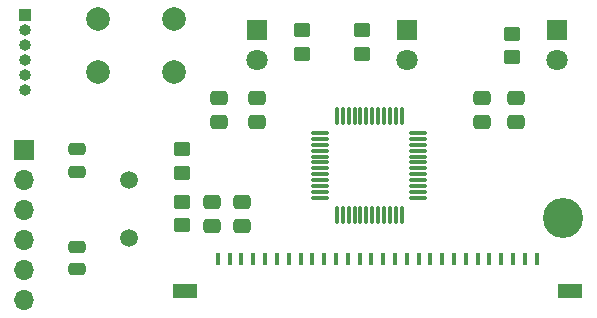
<source format=gbr>
%TF.GenerationSoftware,KiCad,Pcbnew,6.0.9-8da3e8f707~116~ubuntu20.04.1*%
%TF.CreationDate,2022-11-22T17:17:17+01:00*%
%TF.ProjectId,sda_keyboard,7364615f-6b65-4796-926f-6172642e6b69,rev?*%
%TF.SameCoordinates,Original*%
%TF.FileFunction,Soldermask,Top*%
%TF.FilePolarity,Negative*%
%FSLAX46Y46*%
G04 Gerber Fmt 4.6, Leading zero omitted, Abs format (unit mm)*
G04 Created by KiCad (PCBNEW 6.0.9-8da3e8f707~116~ubuntu20.04.1) date 2022-11-22 17:17:17*
%MOMM*%
%LPD*%
G01*
G04 APERTURE LIST*
G04 Aperture macros list*
%AMRoundRect*
0 Rectangle with rounded corners*
0 $1 Rounding radius*
0 $2 $3 $4 $5 $6 $7 $8 $9 X,Y pos of 4 corners*
0 Add a 4 corners polygon primitive as box body*
4,1,4,$2,$3,$4,$5,$6,$7,$8,$9,$2,$3,0*
0 Add four circle primitives for the rounded corners*
1,1,$1+$1,$2,$3*
1,1,$1+$1,$4,$5*
1,1,$1+$1,$6,$7*
1,1,$1+$1,$8,$9*
0 Add four rect primitives between the rounded corners*
20,1,$1+$1,$2,$3,$4,$5,0*
20,1,$1+$1,$4,$5,$6,$7,0*
20,1,$1+$1,$6,$7,$8,$9,0*
20,1,$1+$1,$8,$9,$2,$3,0*%
G04 Aperture macros list end*
%ADD10C,3.400000*%
%ADD11R,1.800000X1.800000*%
%ADD12C,1.800000*%
%ADD13C,1.500000*%
%ADD14RoundRect,0.075000X-0.075000X0.662500X-0.075000X-0.662500X0.075000X-0.662500X0.075000X0.662500X0*%
%ADD15RoundRect,0.075000X-0.662500X0.075000X-0.662500X-0.075000X0.662500X-0.075000X0.662500X0.075000X0*%
%ADD16C,2.000000*%
%ADD17RoundRect,0.250000X-0.450000X0.350000X-0.450000X-0.350000X0.450000X-0.350000X0.450000X0.350000X0*%
%ADD18R,0.400000X1.000000*%
%ADD19R,2.000000X1.300000*%
%ADD20O,1.000000X1.000000*%
%ADD21R,1.000000X1.000000*%
%ADD22R,1.700000X1.700000*%
%ADD23O,1.700000X1.700000*%
%ADD24RoundRect,0.250000X0.475000X-0.337500X0.475000X0.337500X-0.475000X0.337500X-0.475000X-0.337500X0*%
%ADD25RoundRect,0.250000X-0.475000X0.337500X-0.475000X-0.337500X0.475000X-0.337500X0.475000X0.337500X0*%
%ADD26RoundRect,0.250000X0.475000X-0.250000X0.475000X0.250000X-0.475000X0.250000X-0.475000X-0.250000X0*%
G04 APERTURE END LIST*
D10*
%TO.C,REF\u002A\u002A*%
X163100000Y-83200000D03*
%TD*%
D11*
%TO.C,D3*%
X162560000Y-67310000D03*
D12*
X162560000Y-69850000D03*
%TD*%
D11*
%TO.C,D2*%
X137160000Y-67310000D03*
D12*
X137160000Y-69850000D03*
%TD*%
D11*
%TO.C,D1*%
X149860000Y-67310000D03*
D12*
X149860000Y-69850000D03*
%TD*%
D13*
%TO.C,Y1*%
X126365000Y-84910000D03*
X126365000Y-80010000D03*
%TD*%
D14*
%TO.C,U1*%
X149435000Y-74577500D03*
X148935000Y-74577500D03*
X148435000Y-74577500D03*
X147935000Y-74577500D03*
X147435000Y-74577500D03*
X146935000Y-74577500D03*
X146435000Y-74577500D03*
X145935000Y-74577500D03*
X145435000Y-74577500D03*
X144935000Y-74577500D03*
X144435000Y-74577500D03*
X143935000Y-74577500D03*
D15*
X142522500Y-75990000D03*
X142522500Y-76490000D03*
X142522500Y-76990000D03*
X142522500Y-77490000D03*
X142522500Y-77990000D03*
X142522500Y-78490000D03*
X142522500Y-78990000D03*
X142522500Y-79490000D03*
X142522500Y-79990000D03*
X142522500Y-80490000D03*
X142522500Y-80990000D03*
X142522500Y-81490000D03*
D14*
X143935000Y-82902500D03*
X144435000Y-82902500D03*
X144935000Y-82902500D03*
X145435000Y-82902500D03*
X145935000Y-82902500D03*
X146435000Y-82902500D03*
X146935000Y-82902500D03*
X147435000Y-82902500D03*
X147935000Y-82902500D03*
X148435000Y-82902500D03*
X148935000Y-82902500D03*
X149435000Y-82902500D03*
D15*
X150847500Y-81490000D03*
X150847500Y-80990000D03*
X150847500Y-80490000D03*
X150847500Y-79990000D03*
X150847500Y-79490000D03*
X150847500Y-78990000D03*
X150847500Y-78490000D03*
X150847500Y-77990000D03*
X150847500Y-77490000D03*
X150847500Y-76990000D03*
X150847500Y-76490000D03*
X150847500Y-75990000D03*
%TD*%
D16*
%TO.C,RESET*%
X130175000Y-66330000D03*
X123675000Y-66330000D03*
X130175000Y-70830000D03*
X123675000Y-70830000D03*
%TD*%
D17*
%TO.C,R5*%
X130810000Y-77380000D03*
X130810000Y-79380000D03*
%TD*%
%TO.C,R4*%
X130810000Y-81820000D03*
X130810000Y-83820000D03*
%TD*%
%TO.C,R3*%
X158750000Y-67580000D03*
X158750000Y-69580000D03*
%TD*%
%TO.C,R2*%
X140970000Y-67310000D03*
X140970000Y-69310000D03*
%TD*%
%TO.C,R1*%
X146050000Y-67310000D03*
X146050000Y-69310000D03*
%TD*%
D18*
%TO.C,J3*%
X133864000Y-86708000D03*
X134864000Y-86708000D03*
X135864000Y-86708000D03*
X136864000Y-86708000D03*
X137864000Y-86708000D03*
X138864000Y-86708000D03*
X139864000Y-86708000D03*
X140864000Y-86708000D03*
X141864000Y-86708000D03*
X142864000Y-86708000D03*
X143864000Y-86708000D03*
X144864000Y-86708000D03*
X145864000Y-86708000D03*
X146864000Y-86708000D03*
X147864000Y-86708000D03*
X148864000Y-86708000D03*
X149864000Y-86708000D03*
X150864000Y-86708000D03*
X151864000Y-86708000D03*
X152864000Y-86708000D03*
X153864000Y-86708000D03*
X154864000Y-86708000D03*
X155864000Y-86708000D03*
X156864000Y-86708000D03*
X157864000Y-86708000D03*
X158864000Y-86708000D03*
X159864000Y-86708000D03*
X160864000Y-86708000D03*
D19*
X163664000Y-89408000D03*
X131064000Y-89408000D03*
%TD*%
D20*
%TO.C,PROG*%
X117500000Y-72390000D03*
X117500000Y-71120000D03*
X117500000Y-69850000D03*
X117500000Y-68580000D03*
X117500000Y-67310000D03*
D21*
X117500000Y-66040000D03*
%TD*%
D22*
%TO.C,Device*%
X117475000Y-77470000D03*
D23*
X117475000Y-80010000D03*
X117475000Y-82550000D03*
X117475000Y-85090000D03*
X117475000Y-87630000D03*
X117475000Y-90170000D03*
%TD*%
D24*
%TO.C,C8*%
X133985000Y-75100000D03*
X133985000Y-73025000D03*
%TD*%
%TO.C,C7*%
X159100000Y-75100000D03*
X159100000Y-73025000D03*
%TD*%
D25*
%TO.C,C6*%
X135890000Y-81835000D03*
X135890000Y-83910000D03*
%TD*%
D24*
%TO.C,C5*%
X156210000Y-75100000D03*
X156210000Y-73025000D03*
%TD*%
D25*
%TO.C,C4*%
X137160000Y-73025000D03*
X137160000Y-75100000D03*
%TD*%
%TO.C,C3*%
X133350000Y-81835000D03*
X133350000Y-83910000D03*
%TD*%
D26*
%TO.C,C2*%
X121920000Y-79280000D03*
X121920000Y-77380000D03*
%TD*%
%TO.C,C1*%
X121920000Y-87540000D03*
X121920000Y-85640000D03*
%TD*%
M02*

</source>
